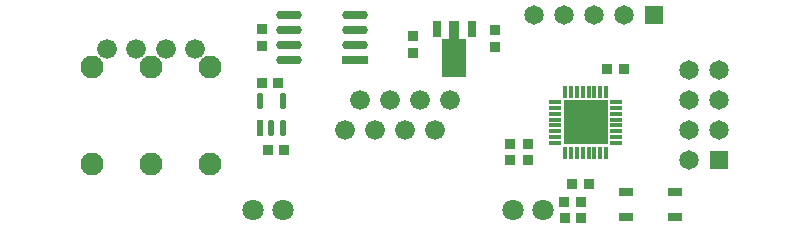
<source format=gts>
G04*
G04 #@! TF.GenerationSoftware,Altium Limited,CircuitStudio,1.5.2 (30)*
G04*
G04 Layer_Color=8388736*
%FSLAX25Y25*%
%MOIN*%
G70*
G01*
G75*
G04:AMPARAMS|DCode=17|XSize=55.4mil|YSize=22.67mil|CornerRadius=11.34mil|HoleSize=0mil|Usage=FLASHONLY|Rotation=90.000|XOffset=0mil|YOffset=0mil|HoleType=Round|Shape=RoundedRectangle|*
%AMROUNDEDRECTD17*
21,1,0.05540,0.00000,0,0,90.0*
21,1,0.03273,0.02267,0,0,90.0*
1,1,0.02267,0.00000,0.01636*
1,1,0.02267,0.00000,-0.01636*
1,1,0.02267,0.00000,-0.01636*
1,1,0.02267,0.00000,0.01636*
%
%ADD17ROUNDEDRECTD17*%
%ADD18R,0.02267X0.05540*%
%ADD45R,0.03591X0.03591*%
%ADD46R,0.03591X0.03591*%
%ADD47R,0.02756X0.05709*%
%ADD48R,0.03740X0.06398*%
%ADD49R,0.07874X0.12894*%
%ADD50O,0.08591X0.02991*%
%ADD51R,0.08591X0.02991*%
%ADD52R,0.04724X0.03150*%
%ADD53O,0.01575X0.04134*%
%ADD54O,0.04134X0.01575*%
%ADD55R,0.14764X0.14764*%
%ADD56C,0.07677*%
%ADD57C,0.06591*%
%ADD58C,0.06496*%
%ADD59R,0.06496X0.06496*%
%ADD60R,0.06496X0.06496*%
%ADD61C,0.07091*%
%ADD62C,0.00591*%
%ADD63C,0.02953*%
D17*
X310433Y388587D02*
D03*
X317913D02*
D03*
Y379528D02*
D03*
X314173D02*
D03*
D18*
X310433D02*
D03*
D45*
X411909Y349606D02*
D03*
X417409D02*
D03*
X414370Y361122D02*
D03*
X419870D02*
D03*
X316535Y394687D02*
D03*
X311035D02*
D03*
X312992Y372441D02*
D03*
X318492D02*
D03*
X411811Y355020D02*
D03*
X417311D02*
D03*
X426083Y399311D02*
D03*
X431583D02*
D03*
D46*
X311024Y412598D02*
D03*
Y407098D02*
D03*
X388583Y406693D02*
D03*
Y412193D02*
D03*
X361417Y404724D02*
D03*
Y410224D02*
D03*
X399606Y368898D02*
D03*
Y374398D02*
D03*
X393701Y368898D02*
D03*
Y374398D02*
D03*
D47*
X381102Y412598D02*
D03*
X369291D02*
D03*
D48*
X375197Y412254D02*
D03*
D49*
Y403150D02*
D03*
D50*
X320126Y417362D02*
D03*
X342126D02*
D03*
X320126Y407362D02*
D03*
Y402362D02*
D03*
X342126Y407362D02*
D03*
Y412362D02*
D03*
X320126D02*
D03*
D51*
X342126Y402362D02*
D03*
D52*
X432480Y349839D02*
D03*
X448819D02*
D03*
Y358303D02*
D03*
X432480D02*
D03*
D53*
X412008Y371457D02*
D03*
X413976D02*
D03*
X415945D02*
D03*
X417913D02*
D03*
X419882D02*
D03*
X421850D02*
D03*
X423819D02*
D03*
X425787D02*
D03*
Y391535D02*
D03*
X423819D02*
D03*
X421850D02*
D03*
X419882D02*
D03*
X417913D02*
D03*
X415945D02*
D03*
X413976D02*
D03*
X412008D02*
D03*
D54*
X428937Y374606D02*
D03*
Y376575D02*
D03*
Y378543D02*
D03*
Y380512D02*
D03*
Y382480D02*
D03*
Y384449D02*
D03*
Y386417D02*
D03*
Y388386D02*
D03*
X408858D02*
D03*
Y386417D02*
D03*
Y384449D02*
D03*
Y382480D02*
D03*
Y380512D02*
D03*
Y378543D02*
D03*
Y376575D02*
D03*
Y374606D02*
D03*
D55*
X418898Y381496D02*
D03*
D56*
X293701Y367717D02*
D03*
X254331D02*
D03*
X274016D02*
D03*
Y400000D02*
D03*
X254331D02*
D03*
X293701D02*
D03*
D57*
X269094Y406004D02*
D03*
X278937D02*
D03*
X288779D02*
D03*
X259252D02*
D03*
X343803Y388858D02*
D03*
X348803Y378858D02*
D03*
X353803Y388858D02*
D03*
X358803Y378858D02*
D03*
X363803Y388858D02*
D03*
X368803Y378858D02*
D03*
X338803D02*
D03*
X373803Y388858D02*
D03*
D58*
X401732Y417323D02*
D03*
X411732D02*
D03*
X421732D02*
D03*
X431732D02*
D03*
X453386Y398898D02*
D03*
X463386D02*
D03*
X453386Y388898D02*
D03*
X463386D02*
D03*
X453386Y378898D02*
D03*
X463386D02*
D03*
X453386Y368898D02*
D03*
D59*
X441732Y417323D02*
D03*
D60*
X463386Y368898D02*
D03*
D61*
X394606Y352362D02*
D03*
X404606D02*
D03*
X307992D02*
D03*
X317992D02*
D03*
D62*
X333795Y353858D02*
D03*
X378803D02*
D03*
X230315Y356299D02*
D03*
Y411417D02*
D03*
X482283Y356299D02*
D03*
Y411417D02*
D03*
D63*
X414567Y377165D02*
D03*
Y381496D02*
D03*
Y385827D02*
D03*
X418898Y377165D02*
D03*
Y381496D02*
D03*
Y385827D02*
D03*
X423228Y377165D02*
D03*
Y381496D02*
D03*
Y385827D02*
D03*
M02*

</source>
